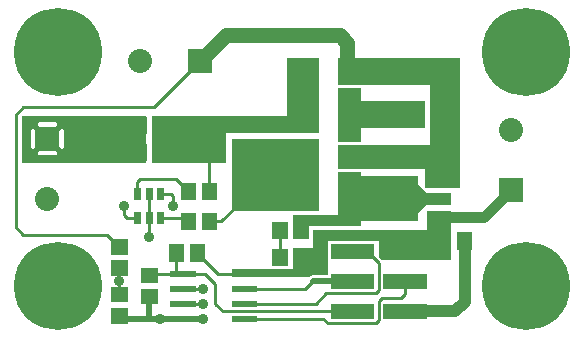
<source format=gbr>
G04 start of page 2 for group 0 idx 0 *
G04 Title: (unknown), top *
G04 Creator: pcb 20140316 *
G04 CreationDate: Sun 15 Dec 2019 10:03:36 PM GMT UTC *
G04 For: railfan *
G04 Format: Gerber/RS-274X *
G04 PCB-Dimensions (mil): 1900.00 1120.00 *
G04 PCB-Coordinate-Origin: lower left *
%MOIN*%
%FSLAX25Y25*%
%LNTOP*%
%ADD28C,0.0480*%
%ADD27C,0.1285*%
%ADD26C,0.0360*%
%ADD25R,0.0945X0.0945*%
%ADD24R,0.0378X0.0378*%
%ADD23R,0.0500X0.0500*%
%ADD22R,0.0200X0.0200*%
%ADD21R,0.0240X0.0240*%
%ADD20R,0.0550X0.0550*%
%ADD19R,0.0512X0.0512*%
%ADD18C,0.0800*%
%ADD17C,0.2937*%
%ADD16C,0.0400*%
%ADD15C,0.0200*%
%ADD14C,0.0500*%
%ADD13C,0.0350*%
%ADD12C,0.0100*%
%ADD11C,0.0001*%
G54D11*G36*
X110500Y93000D02*X151000D01*
Y84000D01*
X110500D01*
Y93000D01*
G37*
G36*
Y64000D02*X151000D01*
Y56000D01*
X110500D01*
Y64000D01*
G37*
G36*
X116000Y38500D02*Y53500D01*
X137000D01*
Y48884D01*
X132132Y48881D01*
X131979Y48844D01*
X131834Y48784D01*
X131700Y48702D01*
X131580Y48599D01*
X131478Y48480D01*
X131395Y48345D01*
X131335Y48200D01*
X131298Y48047D01*
X131289Y47890D01*
X131298Y43953D01*
X131335Y43800D01*
X131395Y43655D01*
X131478Y43520D01*
X131580Y43401D01*
X131700Y43298D01*
X131834Y43216D01*
X131979Y43156D01*
X132132Y43119D01*
X132289Y43110D01*
X137000Y43113D01*
Y38500D01*
X116000D01*
G37*
G36*
X148000Y25500D02*X125119D01*
X125064Y25564D01*
X125019Y25602D01*
X124000Y26621D01*
Y35500D01*
X148000D01*
Y25500D01*
G37*
G36*
X132000Y35500D02*Y32000D01*
X122504D01*
X122504Y32000D01*
X122498Y32000D01*
X102000D01*
Y35500D01*
X132000D01*
G37*
G36*
X102000D02*X107000D01*
Y20500D01*
X102000D01*
Y35500D01*
G37*
G36*
X95500Y29500D02*X106500D01*
Y20500D01*
X102000D01*
X101686Y20481D01*
X101380Y20408D01*
X101089Y20288D01*
X100821Y20123D01*
X100677Y20000D01*
X95500D01*
Y29500D01*
G37*
G36*
X110500Y78500D02*X139500D01*
Y69500D01*
X110500D01*
Y78500D01*
G37*
G36*
X151000Y56000D02*X141000D01*
Y93000D01*
X151000D01*
Y56000D01*
G37*
G36*
Y59000D02*Y49500D01*
X139500D01*
Y59000D01*
X151000D01*
G37*
G36*
X148000Y42000D02*Y25500D01*
X140000D01*
Y42000D01*
X148000D01*
G37*
G36*
X110500Y55000D02*X118000D01*
Y37000D01*
X110500D01*
Y55000D01*
G37*
G36*
X118000Y37000D02*X95500D01*
Y40500D01*
X118000D01*
Y37000D01*
G37*
G36*
X100677Y20000D02*X75000D01*
Y22500D01*
X107000D01*
Y20500D01*
X102000D01*
X101686Y20481D01*
X101380Y20408D01*
X101089Y20288D01*
X100821Y20123D01*
X100677Y20000D01*
G37*
G36*
X70500Y73500D02*X95500D01*
Y68000D01*
X70500D01*
Y73500D01*
G37*
G36*
X75000Y66000D02*X104000D01*
Y42000D01*
X75000D01*
Y66000D01*
G37*
G36*
X93500Y68000D02*Y93000D01*
X104000D01*
Y68000D01*
X93500D01*
G37*
G36*
X110500Y83000D02*X118000D01*
Y65000D01*
X110500D01*
Y83000D01*
G37*
G36*
X48500Y73500D02*X73000D01*
Y58000D01*
X48500D01*
Y73500D01*
G37*
G36*
X46500D02*Y58000D01*
X18250D01*
Y62748D01*
X18368Y62757D01*
X18482Y62785D01*
X18592Y62830D01*
X18692Y62891D01*
X18782Y62968D01*
X18859Y63058D01*
X18920Y63158D01*
X18965Y63268D01*
X18993Y63382D01*
X19000Y63500D01*
Y68500D01*
X18993Y68618D01*
X18965Y68732D01*
X18920Y68842D01*
X18859Y68942D01*
X18782Y69032D01*
X18692Y69109D01*
X18592Y69170D01*
X18482Y69215D01*
X18368Y69243D01*
X18250Y69252D01*
Y73500D01*
X46500D01*
G37*
G36*
X18250Y58000D02*X13500D01*
Y60500D01*
X16000D01*
X16118Y60507D01*
X16232Y60535D01*
X16342Y60580D01*
X16442Y60641D01*
X16532Y60718D01*
X16609Y60808D01*
X16670Y60908D01*
X16715Y61018D01*
X16743Y61132D01*
X16752Y61250D01*
X16743Y61368D01*
X16715Y61482D01*
X16670Y61592D01*
X16609Y61692D01*
X16532Y61782D01*
X16442Y61859D01*
X16342Y61920D01*
X16232Y61965D01*
X16118Y61993D01*
X16000Y62000D01*
X13500D01*
Y70000D01*
X16000D01*
X16118Y70007D01*
X16232Y70035D01*
X16342Y70080D01*
X16442Y70141D01*
X16532Y70218D01*
X16609Y70308D01*
X16670Y70408D01*
X16715Y70518D01*
X16743Y70632D01*
X16752Y70750D01*
X16743Y70868D01*
X16715Y70982D01*
X16670Y71092D01*
X16609Y71192D01*
X16532Y71282D01*
X16442Y71359D01*
X16342Y71420D01*
X16232Y71465D01*
X16118Y71493D01*
X16000Y71500D01*
X13500D01*
Y73500D01*
X18250D01*
Y69252D01*
X18132Y69243D01*
X18018Y69215D01*
X17908Y69170D01*
X17808Y69109D01*
X17718Y69032D01*
X17641Y68942D01*
X17580Y68842D01*
X17535Y68732D01*
X17507Y68618D01*
X17500Y68500D01*
Y63500D01*
X17507Y63382D01*
X17535Y63268D01*
X17580Y63158D01*
X17641Y63058D01*
X17718Y62968D01*
X17808Y62891D01*
X17908Y62830D01*
X18018Y62785D01*
X18132Y62757D01*
X18250Y62748D01*
Y58000D01*
G37*
G36*
X13500D02*X8750D01*
Y62748D01*
X8868Y62757D01*
X8982Y62785D01*
X9092Y62830D01*
X9192Y62891D01*
X9282Y62968D01*
X9359Y63058D01*
X9420Y63158D01*
X9465Y63268D01*
X9493Y63382D01*
X9500Y63500D01*
Y68500D01*
X9493Y68618D01*
X9465Y68732D01*
X9420Y68842D01*
X9359Y68942D01*
X9282Y69032D01*
X9192Y69109D01*
X9092Y69170D01*
X8982Y69215D01*
X8868Y69243D01*
X8750Y69252D01*
Y73500D01*
X13500D01*
Y71500D01*
X11000D01*
X10882Y71493D01*
X10768Y71465D01*
X10658Y71420D01*
X10558Y71359D01*
X10468Y71282D01*
X10391Y71192D01*
X10330Y71092D01*
X10285Y70982D01*
X10257Y70868D01*
X10248Y70750D01*
X10257Y70632D01*
X10285Y70518D01*
X10330Y70408D01*
X10391Y70308D01*
X10468Y70218D01*
X10558Y70141D01*
X10658Y70080D01*
X10768Y70035D01*
X10882Y70007D01*
X11000Y70000D01*
X13500D01*
Y62000D01*
X11000D01*
X10882Y61993D01*
X10768Y61965D01*
X10658Y61920D01*
X10558Y61859D01*
X10468Y61782D01*
X10391Y61692D01*
X10330Y61592D01*
X10285Y61482D01*
X10257Y61368D01*
X10248Y61250D01*
X10257Y61132D01*
X10285Y61018D01*
X10330Y60908D01*
X10391Y60808D01*
X10468Y60718D01*
X10558Y60641D01*
X10658Y60580D01*
X10768Y60535D01*
X10882Y60507D01*
X11000Y60500D01*
X13500D01*
Y58000D01*
G37*
G36*
X8750D02*X5000D01*
Y73500D01*
X8750D01*
Y69252D01*
X8632Y69243D01*
X8518Y69215D01*
X8408Y69170D01*
X8308Y69109D01*
X8218Y69032D01*
X8141Y68942D01*
X8080Y68842D01*
X8035Y68732D01*
X8007Y68618D01*
X8000Y68500D01*
Y63500D01*
X8007Y63382D01*
X8035Y63268D01*
X8080Y63158D01*
X8141Y63058D01*
X8218Y62968D01*
X8308Y62891D01*
X8408Y62830D01*
X8518Y62785D01*
X8632Y62757D01*
X8750Y62748D01*
Y58000D01*
G37*
G54D12*X43500Y39500D02*X40000D01*
G54D13*X143942Y40094D02*X159094D01*
X168000Y49000D01*
G54D14*X113500Y88000D02*Y98000D01*
X111000Y100500D01*
X73000D01*
X64500Y92000D01*
G54D12*X49000Y76500D01*
X40000Y39500D02*X39000Y40500D01*
X3000Y74000D02*Y36500D01*
X5500Y34000D01*
X33500D01*
X49000Y76500D02*X5500D01*
X3000Y74000D01*
X43500Y47700D02*Y51500D01*
X44500Y52500D01*
X56414D01*
X60414Y48500D01*
X51300Y47700D02*X54800D01*
X55500Y47000D01*
X51300Y39500D02*X60457D01*
X67543Y38500D02*X71500D01*
X77000Y44000D01*
X55500Y47000D02*Y43500D01*
X67500Y48500D02*Y62000D01*
X39000Y40500D02*Y43500D01*
X47400Y47700D02*Y33400D01*
X33500Y34000D02*X37500Y30000D01*
Y22914D02*Y14043D01*
G54D15*X47500Y13457D02*Y6000D01*
G54D16*X152543Y32000D02*Y11543D01*
X149500Y8500D01*
X132740D01*
G54D12*X131500Y13000D02*X132740Y14240D01*
X124000Y15500D02*Y24500D01*
X120000Y28500D01*
X124000Y5500D02*Y12000D01*
X125000Y13000D01*
X131500D01*
X132740Y14240D02*Y18500D01*
X79250Y6000D02*X105500D01*
X107000Y4500D01*
X123000D01*
X124000Y5500D01*
X47500Y21000D02*X66000D01*
X69500Y17500D01*
Y11000D01*
X72000Y8500D02*X115260D01*
X79250Y11000D02*X103000D01*
X106500Y14500D01*
X123000D01*
X124000Y15500D01*
X79250Y16000D02*X99500D01*
X102000Y18500D01*
G54D15*X115260D01*
G54D12*X58750Y16000D02*X65500D01*
X58750Y11000D02*X65500D01*
X56414Y28000D02*Y21000D01*
X63500Y28000D02*X70500Y21000D01*
X69500Y11000D02*X72000Y8500D01*
G54D15*X65500Y6000D02*X37500D01*
G54D12*X70500Y21000D02*X79250D01*
X90957Y35500D02*Y26500D01*
G54D17*X17000Y95000D03*
X173000D03*
G54D11*G36*
X60500Y96000D02*Y88000D01*
X68500D01*
Y96000D01*
X60500D01*
G37*
G54D18*X44500Y92000D03*
G54D17*X17000Y17000D03*
G54D11*G36*
X9500Y70000D02*Y62000D01*
X17500D01*
Y70000D01*
X9500D01*
G37*
G54D18*X13500Y46000D03*
G54D17*X173000Y17000D03*
G54D11*G36*
X164000Y53000D02*Y45000D01*
X172000D01*
Y53000D01*
X164000D01*
G37*
G54D18*X168000Y69000D03*
G54D19*X131245Y72905D02*X136755D01*
X131245Y61095D02*X136755D01*
G54D20*X113500Y75000D02*Y73000D01*
Y89000D02*Y87000D01*
X100500Y75000D02*Y73000D01*
Y89000D02*Y87000D01*
Y61000D02*Y59000D01*
G54D21*X43500Y40300D02*Y38700D01*
X47400Y40300D02*Y38700D01*
X51300Y40300D02*Y38700D01*
X47400Y48500D02*Y46900D01*
X43500Y48500D02*Y46900D01*
G54D19*X60414Y48893D02*Y48107D01*
X67500Y48893D02*Y48107D01*
X87107Y63457D02*X87893D01*
X87107Y70543D02*X87893D01*
X77607Y63457D02*X78393D01*
X77607Y70543D02*X78393D01*
G54D21*X51300Y48500D02*Y46900D01*
G54D19*X43957Y61893D02*Y61107D01*
X51043Y61893D02*Y61107D01*
X43957Y70893D02*Y70107D01*
X51043Y70893D02*Y70107D01*
X60457Y38893D02*Y38107D01*
X56414Y28393D02*Y27607D01*
X63500Y28393D02*Y27607D01*
X67543Y38893D02*Y38107D01*
G54D22*X55500Y21000D02*X62000D01*
X55500Y16000D02*X62000D01*
X55500Y11000D02*X62000D01*
X55500Y6000D02*X62000D01*
G54D19*X47107Y13457D02*X47893D01*
X47107Y20543D02*X47893D01*
X37107Y6957D02*X37893D01*
X37107Y14043D02*X37893D01*
X37107Y22914D02*X37893D01*
X37107Y30000D02*X37893D01*
G54D20*X113500Y47000D02*Y45000D01*
Y61000D02*Y59000D01*
G54D23*X110516Y28500D02*X120004D01*
X110516Y18500D02*X120004D01*
X110516Y8500D02*X120004D01*
G54D20*X100500Y47000D02*Y45000D01*
G54D19*X98043Y26893D02*Y26107D01*
Y35893D02*Y35107D01*
G54D23*X127996Y8500D02*X137484D01*
X127996Y18500D02*X137484D01*
X127996Y28500D02*X137484D01*
G54D19*X152543Y32393D02*Y31607D01*
X145457Y32393D02*Y31607D01*
G54D24*X141895Y40094D02*X145989D01*
X134179Y46000D02*X145989D01*
X141895Y51906D02*X145989D01*
G54D25*X130555Y46000D02*X132445D01*
G54D11*G36*
X135750Y42695D02*X138590Y45535D01*
X140010Y44115D01*
X137170Y41275D01*
X135750Y42695D01*
G37*
G36*
X137170Y50725D02*X140010Y47885D01*
X138590Y46465D01*
X135750Y49305D01*
X137170Y50725D01*
G37*
G54D22*X76000Y6000D02*X82500D01*
X76000Y11000D02*X82500D01*
X76000Y16000D02*X82500D01*
X76000Y21000D02*X82500D01*
G54D19*X90957Y26893D02*Y26107D01*
Y35893D02*Y35107D01*
G54D26*X55500Y43500D03*
X39000D03*
X47400Y33400D03*
X37500Y18500D03*
X65500Y16000D03*
Y11000D03*
X51000Y6000D03*
X65500D03*
X152543Y11543D03*
X152500Y16500D03*
Y21500D03*
X79000Y57000D03*
X84500D03*
X90000D03*
Y52000D03*
X84500D03*
X79000D03*
X113500Y67000D03*
Y81000D03*
Y53000D03*
Y39000D03*
G54D15*G54D27*G54D28*G54D27*G54D28*G54D27*G54D28*M02*

</source>
